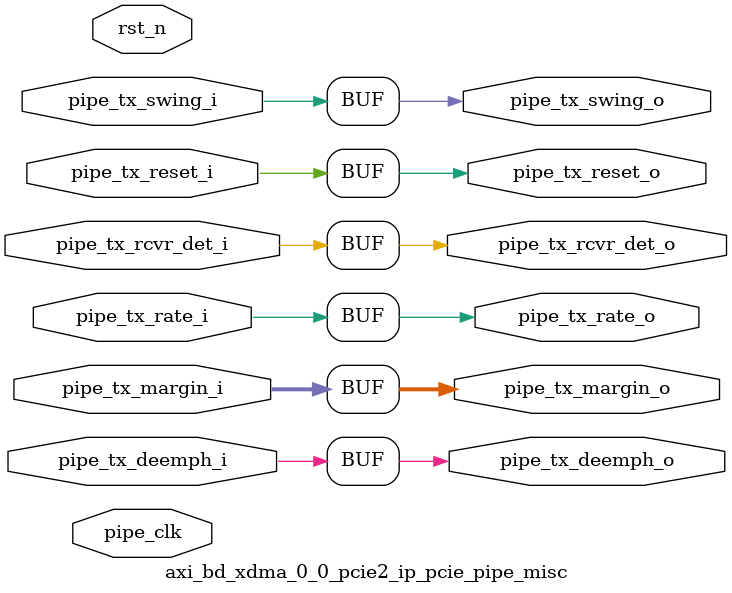
<source format=v>

`timescale 1ps/1ps

(* DowngradeIPIdentifiedWarnings = "yes" *)
module axi_bd_xdma_0_0_pcie2_ip_pcie_pipe_misc #
(
    parameter        PIPE_PIPELINE_STAGES = 0,    // 0 - 0 stages, 1 - 1 stage, 2 - 2 stages
    parameter TCQ  = 1 // synthesis warning solved: parameter declaration becomes local
)
(

    input   wire        pipe_tx_rcvr_det_i       ,     // PIPE Tx Receiver Detect
    input   wire        pipe_tx_reset_i          ,     // PIPE Tx Reset
    input   wire        pipe_tx_rate_i           ,     // PIPE Tx Rate
    input   wire        pipe_tx_deemph_i         ,     // PIPE Tx Deemphasis
    input   wire [2:0]  pipe_tx_margin_i         ,     // PIPE Tx Margin
    input   wire        pipe_tx_swing_i          ,     // PIPE Tx Swing

    output  wire        pipe_tx_rcvr_det_o       ,     // Pipelined PIPE Tx Receiver Detect
    output  wire        pipe_tx_reset_o          ,     // Pipelined PIPE Tx Reset
    output  wire        pipe_tx_rate_o           ,     // Pipelined PIPE Tx Rate
    output  wire        pipe_tx_deemph_o         ,     // Pipelined PIPE Tx Deemphasis
    output  wire [2:0]  pipe_tx_margin_o         ,     // Pipelined PIPE Tx Margin
    output  wire        pipe_tx_swing_o          ,     // Pipelined PIPE Tx Swing

    input   wire        pipe_clk                ,      // PIPE Clock
    input   wire        rst_n                          // Reset
);

//******************************************************************//
// Reality check.                                                   //
//******************************************************************//

//    parameter TCQ  = 1;      // clock to out delay model

    generate

    if (PIPE_PIPELINE_STAGES == 0) begin : pipe_stages_0

        assign pipe_tx_rcvr_det_o = pipe_tx_rcvr_det_i;
        assign pipe_tx_reset_o  = pipe_tx_reset_i;
        assign pipe_tx_rate_o = pipe_tx_rate_i;
        assign pipe_tx_deemph_o = pipe_tx_deemph_i;
        assign pipe_tx_margin_o = pipe_tx_margin_i;
        assign pipe_tx_swing_o = pipe_tx_swing_i;

    end // if (PIPE_PIPELINE_STAGES == 0)
    else if (PIPE_PIPELINE_STAGES == 1) begin : pipe_stages_1

    reg                pipe_tx_rcvr_det_q       ;
    reg                pipe_tx_reset_q          ;
    reg                pipe_tx_rate_q           ;
    reg                pipe_tx_deemph_q         ;
    reg [2:0]          pipe_tx_margin_q         ;
    reg                pipe_tx_swing_q          ;

        always @(posedge pipe_clk) begin

        if (rst_n)
        begin

            pipe_tx_rcvr_det_q <= #TCQ 0;
            pipe_tx_reset_q  <= #TCQ 1'b1;
            pipe_tx_rate_q <= #TCQ 0;
            pipe_tx_deemph_q <= #TCQ 1'b1;
            pipe_tx_margin_q <= #TCQ 0;
            pipe_tx_swing_q <= #TCQ 0;

        end
        else
        begin

            pipe_tx_rcvr_det_q <= #TCQ pipe_tx_rcvr_det_i;
            pipe_tx_reset_q  <= #TCQ pipe_tx_reset_i;
            pipe_tx_rate_q <= #TCQ pipe_tx_rate_i;
            pipe_tx_deemph_q <= #TCQ pipe_tx_deemph_i;
            pipe_tx_margin_q <= #TCQ pipe_tx_margin_i;
            pipe_tx_swing_q <= #TCQ pipe_tx_swing_i;

          end

        end

        assign pipe_tx_rcvr_det_o = pipe_tx_rcvr_det_q;
        assign pipe_tx_reset_o  = pipe_tx_reset_q;
        assign pipe_tx_rate_o = pipe_tx_rate_q;
        assign pipe_tx_deemph_o = pipe_tx_deemph_q;
        assign pipe_tx_margin_o = pipe_tx_margin_q;
        assign pipe_tx_swing_o = pipe_tx_swing_q;

    end // if (PIPE_PIPELINE_STAGES == 1)
    else if (PIPE_PIPELINE_STAGES == 2) begin : pipe_stages_2

    reg                pipe_tx_rcvr_det_q       ;
    reg                pipe_tx_reset_q          ;
    reg                pipe_tx_rate_q           ;
    reg                pipe_tx_deemph_q         ;
    reg [2:0]          pipe_tx_margin_q         ;
    reg                pipe_tx_swing_q          ;

    reg                pipe_tx_rcvr_det_qq      ;
    reg                pipe_tx_reset_qq         ;
    reg                pipe_tx_rate_qq          ;
    reg                pipe_tx_deemph_qq        ;
    reg [2:0]          pipe_tx_margin_qq        ;
    reg                pipe_tx_swing_qq         ;

        always @(posedge pipe_clk) begin

        if (rst_n)
        begin

            pipe_tx_rcvr_det_q <= #TCQ 0;
            pipe_tx_reset_q  <= #TCQ 1'b1;
            pipe_tx_rate_q <= #TCQ 0;
            pipe_tx_deemph_q <= #TCQ 1'b1;
            pipe_tx_margin_q <= #TCQ 0;
            pipe_tx_swing_q <= #TCQ 0;

            pipe_tx_rcvr_det_qq <= #TCQ 0;
            pipe_tx_reset_qq  <= #TCQ 1'b1;
            pipe_tx_rate_qq <= #TCQ 0;
            pipe_tx_deemph_qq <= #TCQ 1'b1;
            pipe_tx_margin_qq <= #TCQ 0;
            pipe_tx_swing_qq <= #TCQ 0;

        end
        else
        begin

            pipe_tx_rcvr_det_q <= #TCQ pipe_tx_rcvr_det_i;
            pipe_tx_reset_q  <= #TCQ pipe_tx_reset_i;
            pipe_tx_rate_q <= #TCQ pipe_tx_rate_i;
            pipe_tx_deemph_q <= #TCQ pipe_tx_deemph_i;
            pipe_tx_margin_q <= #TCQ pipe_tx_margin_i;
            pipe_tx_swing_q <= #TCQ pipe_tx_swing_i;

            pipe_tx_rcvr_det_qq <= #TCQ pipe_tx_rcvr_det_q;
            pipe_tx_reset_qq  <= #TCQ pipe_tx_reset_q;
            pipe_tx_rate_qq <= #TCQ pipe_tx_rate_q;
            pipe_tx_deemph_qq <= #TCQ pipe_tx_deemph_q;
            pipe_tx_margin_qq <= #TCQ pipe_tx_margin_q;
            pipe_tx_swing_qq <= #TCQ pipe_tx_swing_q;

          end

        end

        assign pipe_tx_rcvr_det_o = pipe_tx_rcvr_det_qq;
        assign pipe_tx_reset_o  = pipe_tx_reset_qq;
        assign pipe_tx_rate_o = pipe_tx_rate_qq;
        assign pipe_tx_deemph_o = pipe_tx_deemph_qq;
        assign pipe_tx_margin_o = pipe_tx_margin_qq;
        assign pipe_tx_swing_o = pipe_tx_swing_qq;

    end // if (PIPE_PIPELINE_STAGES == 2)

    endgenerate

endmodule


</source>
